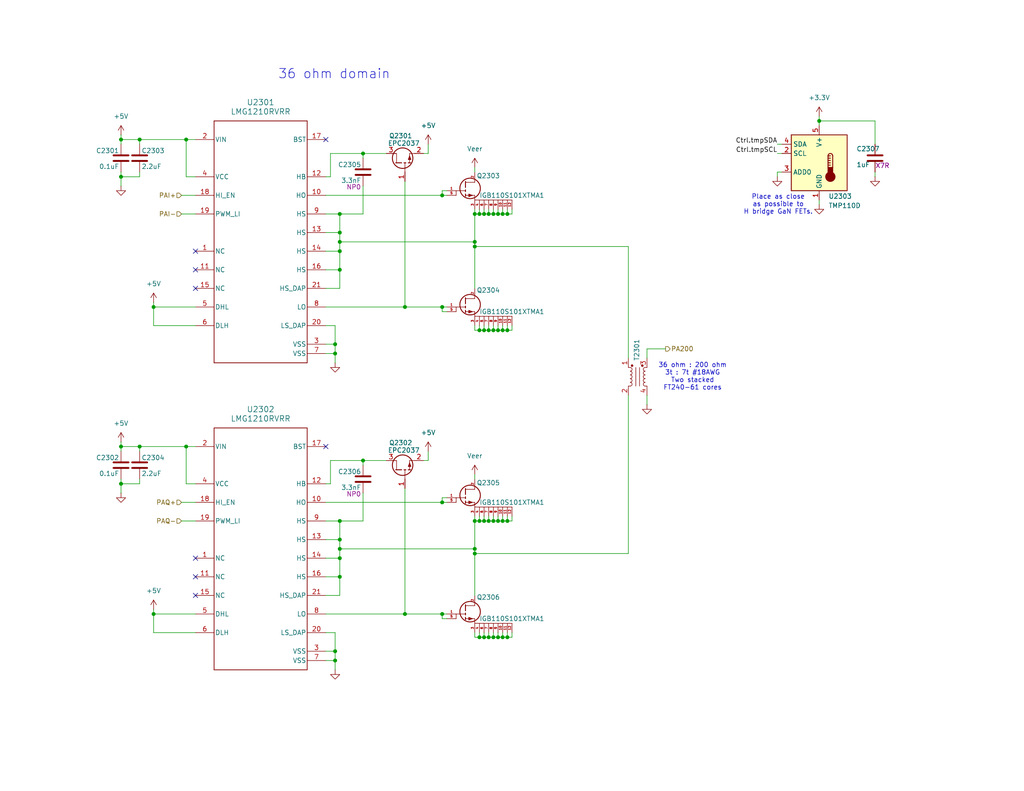
<source format=kicad_sch>
(kicad_sch (version 20250114) (generator "eeschema") (generator_version "9.0")
  (paper "USLetter")
  (title_block (title "Transmitter Output H-Bridge") (date "2025-11-04") (company "WB7NAB") (comment 1 "Alan Mimms"))
  (lib_symbols
    (symbol "Device:C" (pin_numbers (hide yes)) (pin_names (offset 0.254))
      (property "Reference" "C" (at 0.635 2.54 0))
      (property "Value" "C" (at 0.635 -2.54 0))
      (symbol "C_0_1"
        (polyline (pts (xy -2.032 0.762) (xy 2.032 0.762)) (stroke (width 0.508)))
        (polyline (pts (xy -2.032 -0.762) (xy 2.032 -0.762)) (stroke (width 0.508)))
      )
      (symbol "C_1_1"
        (pin passive line (at 0 3.81 270) (length 2.794) (name "~") (number "1"))
        (pin passive line (at 0 -3.81 90) (length 2.794) (name "~") (number "2"))
      )
    )
    (symbol "Device:L_Iron_Coupled" (pin_names (offset 0.254) (hide yes))
      (property "Reference" "L" (at 0 4.445 0))
      (property "Value" "L_Iron_Coupled" (at 0 -4.445 0))
      (symbol "L_Iron_Coupled_0_1"
        (circle (center -3.048 1.524) (radius 0.254) (fill (type outline)))
        (circle (center -3.048 -1.27) (radius 0.254) (fill (type outline)))
        (polyline (pts (xy -2.54 2.032) (xy -2.54 2.54)))
        (polyline (pts (xy -2.54 0.508) (xy 2.54 0.508)))
        (polyline (pts (xy -2.54 -2.032) (xy -2.54 -2.54)))
        (arc (start -1.524 2.032) (mid -2.032 1.5262) (end -2.54 2.032))
        (arc (start -2.54 -2.032) (mid -2.032 -1.5262) (end -1.524 -2.032))
        (arc (start -0.508 2.032) (mid -1.016 1.5262) (end -1.524 2.032))
        (arc (start -1.524 -2.032) (mid -1.016 -1.5262) (end -0.508 -2.032))
        (arc (start 0.508 2.032) (mid 0 1.5262) (end -0.508 2.032))
        (arc (start -0.508 -2.032) (mid 0 -1.5262) (end 0.508 -2.032))
        (arc (start 1.524 2.032) (mid 1.016 1.5262) (end 0.508 2.032))
        (arc (start 0.508 -2.032) (mid 1.016 -1.5262) (end 1.524 -2.032))
        (arc (start 2.54 2.032) (mid 2.032 1.5262) (end 1.524 2.032))
        (arc (start 1.524 -2.032) (mid 2.032 -1.5262) (end 2.54 -2.032))
        (polyline (pts (xy 2.54 2.54) (xy 2.54 2.032)))
        (polyline (pts (xy 2.54 -0.508) (xy -2.54 -0.508)))
        (polyline (pts (xy 2.54 -2.032) (xy 2.54 -2.54)))
      )
      (symbol "L_Iron_Coupled_1_1"
        (pin passive line (at -5.08 2.54 0) (length 2.54) (name "1") (number "1"))
        (pin passive line (at -5.08 -2.54 0) (length 2.54) (name "3") (number "3"))
        (pin passive line (at 5.08 2.54 180) (length 2.54) (name "2") (number "2"))
        (pin passive line (at 5.08 -2.54 180) (length 2.54) (name "4") (number "4"))
      )
    )
    (symbol "Library:IGB110S101XTMA1" (pin_names (offset 0) (hide yes))
      (property "Reference" "Q" (at 3.302 4.318 0))
      (property "Value" "IGB110S101XTMA1" (at 3.81 -0.762 0))
      (symbol "IGB110S101XTMA1_0_1"
        (polyline (pts (xy -2.54 -1.27) (xy -2.54 0)))
        (polyline (pts (xy 0 2.286) (xy 2.54 2.286)))
        (polyline (pts (xy 0 0) (xy -2.54 0)))
        (circle (center 1.27 0.635) (radius 2.794) (stroke (width 0.254)))
        (polyline (pts (xy 1.905 -1.27) (xy 0.889 -0.889) (xy 0.889 -1.651) (xy 1.905 -1.27)) (fill (type outline)))
        (polyline (pts (xy 2.54 2.286) (xy 2.54 2.54)))
        (polyline (pts (xy 2.54 -1.27) (xy 0 -1.27)))
        (polyline (pts (xy 2.54 -2.54) (xy 2.54 -1.27)))
        (polyline (pts (xy 12.7 -2.54) (xy 2.54 -2.54)))
      )
      (symbol "IGB110S101XTMA1_1_1"
        (polyline (pts (xy 0 0.889) (xy 0 2.54)) (stroke (width 0.254)))
        (polyline (pts (xy 0 0.254) (xy 0 -0.254)) (stroke (width 0.254)))
        (polyline (pts (xy 0 -0.889) (xy 0 -1.524)) (stroke (width 0.254)))
        (pin input line (at -5.08 0 0) (length 2.54) (name "G") (number "1"))
        (pin passive line (at -5.08 -1.27 0) (length 2.54) (name "G") (number "5"))
        (pin passive line (at 2.54 5.08 270) (length 2.54) (name "D") (number "2"))
        (pin passive line (at 2.54 -5.08 90) (length 2.54) (name "S") (number "3"))
        (pin passive line (at 3.81 -5.08 90) (length 2.54) (name "S") (number "4"))
        (pin passive line (at 5.08 -5.08 90) (length 2.54) (name "S") (number "6"))
        (pin passive line (at 6.35 -5.08 90) (length 2.54) (name "S") (number "7"))
        (pin passive line (at 7.62 -5.08 90) (length 2.54) (name "S") (number "8"))
        (pin passive line (at 8.89 -5.08 90) (length 2.54) (name "S") (number "9"))
        (pin passive line (at 10.16 -5.08 90) (length 2.54) (name "S") (number "10"))
        (pin passive line (at 11.43 -5.08 90) (length 2.54) (name "S") (number "11"))
        (pin passive line (at 12.7 -5.08 90) (length 2.54) (name "S") (number "12"))
      )
    )
    (symbol "Library:LMG1210RVRR" (pin_names (offset 0.254))
      (property "Reference" "U" (at 0 2.54 0))
      (property "Value" "LMG1210RVRR" (at 0 0 0))
      (symbol "LMG1210RVRR_0_1"
        (polyline (pts (xy -12.7 33.02) (xy -12.7 -33.02)) (stroke (width 0.2032)))
        (polyline (pts (xy -12.7 -33.02) (xy 12.7 -33.02)) (stroke (width 0.2032)))
        (polyline (pts (xy 12.7 33.02) (xy -12.7 33.02)) (stroke (width 0.2032)))
        (polyline (pts (xy 12.7 -33.02) (xy 12.7 33.02)) (stroke (width 0.2032)))
        (pin power_in line (at -17.78 27.94 0) (length 5.08) (name "VIN") (number "2"))
        (pin power_in line (at -17.78 17.78 0) (length 5.08) (name "VCC") (number "4"))
        (pin input line (at -17.78 12.7 0) (length 5.08) (name "HI_EN") (number "18"))
        (pin input line (at -17.78 7.62 0) (length 5.08) (name "PWM_LI") (number "19"))
        (pin unspecified line (at -17.78 -2.54 0) (length 5.08) (name "NC") (number "1"))
        (pin unspecified line (at -17.78 -7.62 0) (length 5.08) (name "NC") (number "11"))
        (pin unspecified line (at -17.78 -12.7 0) (length 5.08) (name "NC") (number "15"))
        (pin output line (at -17.78 -17.78 0) (length 5.08) (name "DHL") (number "5"))
        (pin output line (at -17.78 -22.86 0) (length 5.08) (name "DLH") (number "6"))
        (pin output line (at 17.78 27.94 180) (length 5.08) (name "BST") (number "17"))
        (pin input line (at 17.78 17.78 180) (length 5.08) (name "HB") (number "12"))
        (pin output line (at 17.78 12.7 180) (length 5.08) (name "HO") (number "10"))
        (pin input line (at 17.78 7.62 180) (length 5.08) (name "HS") (number "9"))
        (pin input line (at 17.78 2.54 180) (length 5.08) (name "HS") (number "13"))
        (pin input line (at 17.78 -2.54 180) (length 5.08) (name "HS") (number "14"))
        (pin input line (at 17.78 -7.62 180) (length 5.08) (name "HS") (number "16"))
        (pin unspecified line (at 17.78 -12.7 180) (length 5.08) (name "HS_DAP") (number "21"))
        (pin output line (at 17.78 -17.78 180) (length 5.08) (name "LO") (number "8"))
        (pin unspecified line (at 17.78 -22.86 180) (length 5.08) (name "LS_DAP") (number "20"))
        (pin power_in line (at 17.78 -27.94 180) (length 5.08) (name "VSS") (number "3"))
        (pin power_in line (at 17.78 -30.48 180) (length 5.08) (name "VSS") (number "7"))
      )
    )
    (symbol "Sensor_Temperature:TMP110D"
      (property "Reference" "U" (at -2.54 10.795 0))
      (property "Value" "TMP110D" (at -2.54 8.89 0))
      (symbol "TMP110D_0_1"
        (rectangle (start -7.62 7.62) (end 7.62 -7.62) (stroke (width 0.254)) (fill (type background)))
      )
      (symbol "TMP110D_1_1"
        (polyline (pts (xy 2.413 1.905) (xy 2.413 -1.27)) (stroke (width 0.254)))
        (polyline (pts (xy 2.413 1.905) (xy 3.048 1.905)) (stroke (width 0.254)))
        (polyline (pts (xy 2.413 1.27) (xy 3.048 1.27)) (stroke (width 0.254)))
        (polyline (pts (xy 2.413 0.635) (xy 3.048 0.635)) (stroke (width 0.254)))
        (polyline (pts (xy 2.413 0) (xy 3.048 0)) (stroke (width 0.254)))
        (polyline (pts (xy 2.413 -0.635) (xy 3.048 -0.635)) (stroke (width 0.254)))
        (arc (start 2.413 1.905) (mid 3.048 2.5373) (end 3.683 1.905) (stroke (width 0.254)))
        (circle (center 3.048 -3.81) (radius 1.27) (stroke (width 0.254)) (fill (type outline)))
        (polyline (pts (xy 3.683 1.905) (xy 3.683 -1.27)) (stroke (width 0.254)))
        (rectangle (start 3.683 -3.175) (end 2.413 -1.27) (stroke (width 0.254)) (fill (type outline)))
        (pin bidirectional line (at -10.16 5.08 0) (length 2.54) (name "SDA") (number "4"))
        (pin input line (at -10.16 2.54 0) (length 2.54) (name "SCL") (number "2"))
        (pin input line (at -10.16 -2.54 0) (length 2.54) (name "ADD0") (number "3"))
        (pin power_in line (at 0 10.16 270) (length 2.54) (name "V+") (number "5"))
        (pin power_in line (at 0 -10.16 90) (length 2.54) (name "GND") (number "1"))
      )
    )
    (symbol "Transistor_FET:EPC2037" (pin_names (offset 0) (hide yes))
      (property "Reference" "Q" (at 5.08 1.905 0))
      (property "Value" "EPC2037" (at 5.08 0 0))
      (symbol "EPC2037_0_1"
        (polyline (pts (xy 0 2.286) (xy 2.54 2.286)))
        (polyline (pts (xy 0 0) (xy -2.54 0)))
        (circle (center 1.27 0.635) (radius 2.794) (stroke (width 0.254)))
        (polyline (pts (xy 1.905 -1.27) (xy 0.889 -0.889) (xy 0.889 -1.651) (xy 1.905 -1.27)) (fill (type outline)))
        (polyline (pts (xy 2.54 2.286) (xy 2.54 2.54)))
        (polyline (pts (xy 2.54 -1.27) (xy 0 -1.27)))
        (polyline (pts (xy 2.54 -2.54) (xy 2.54 -1.27)))
      )
      (symbol "EPC2037_1_1"
        (polyline (pts (xy 0 0.889) (xy 0 2.54)) (stroke (width 0.254)))
        (polyline (pts (xy 0 0.254) (xy 0 -0.254)) (stroke (width 0.254)))
        (polyline (pts (xy 0 -0.889) (xy 0 -1.524)) (stroke (width 0.254)))
        (pin input line (at -5.08 0 0) (length 2.54) (name "G") (number "1"))
        (pin passive line (at 2.54 5.08 270) (length 2.54) (name "D") (number "3"))
        (pin passive line (at 2.54 -5.08 90) (length 2.54) (name "S") (number "2"))
        (pin passive line (at 2.54 -5.08 90) (length 2.54) (hide yes) (name "S") (number "4"))
      )
    )
    (symbol "power:+3.3V" (power) (pin_numbers (hide yes)) (pin_names (offset 0) (hide yes))
      (property "Value" "+3.3V" (at 0 3.556 0))
      (symbol "+3.3V_0_1"
        (polyline (pts (xy -0.762 1.27) (xy 0 2.54)))
        (polyline (pts (xy 0 2.54) (xy 0.762 1.27)))
        (polyline (pts (xy 0 0) (xy 0 2.54)))
      )
      (symbol "+3.3V_1_1"
        (pin power_in line (at 0 0 90) (length 0) (name "~") (number "1"))
      )
    )
    (symbol "power:+5V" (power) (pin_numbers (hide yes)) (pin_names (offset 0) (hide yes))
      (property "Value" "+5V" (at 0 3.556 0))
      (symbol "+5V_0_1"
        (polyline (pts (xy -0.762 1.27) (xy 0 2.54)))
        (polyline (pts (xy 0 2.54) (xy 0.762 1.27)))
        (polyline (pts (xy 0 0) (xy 0 2.54)))
      )
      (symbol "+5V_1_1"
        (pin power_in line (at 0 0 90) (length 0) (name "~") (number "1"))
      )
    )
    (symbol "power:GND" (power) (pin_numbers (hide yes)) (pin_names (offset 0) (hide yes))
      (property "Value" "GND" (at 0 -3.81 0))
      (symbol "GND_0_1"
        (polyline (pts (xy 0 0) (xy 0 -1.27) (xy 1.27 -1.27) (xy 0 -2.54) (xy -1.27 -1.27) (xy 0 -1.27)))
      )
      (symbol "GND_1_1"
        (pin power_in line (at 0 0 270) (length 0) (name "~") (number "1"))
      )
    )
  )
  (text "36 ohm : 200 ohm\n3t : 7t #18AWG\nTwo stacked\nFT240-61 cores" (at 188.976 102.87 0) (effects (font (size 1.27 1.27))))
  (text "36 ohm domain" (at 91.186 20.32 0) (effects (font (size 2.54 2.54))))
  (text "Place as close\nas possible to\nH bridge GaN FETs." (at 212.344 55.88 0) (effects (font (size 1.27 1.27))))
  (junction (at 110.49 83.82))
  (junction (at 133.35 173.99))
  (junction (at 138.43 173.99))
  (junction (at 135.89 58.42))
  (junction (at 120.65 53.34))
  (junction (at 133.35 142.24))
  (junction (at 134.62 90.17))
  (junction (at 132.08 58.42))
  (junction (at 91.44 93.98))
  (junction (at 33.02 48.26))
  (junction (at 33.02 132.08))
  (junction (at 129.54 67.31))
  (junction (at 137.16 142.24))
  (junction (at 129.54 58.42))
  (junction (at 223.52 33.02))
  (junction (at 133.35 90.17))
  (junction (at 92.71 147.32))
  (junction (at 92.71 66.04))
  (junction (at 92.71 142.24))
  (junction (at 92.71 58.42))
  (junction (at 92.71 63.5))
  (junction (at 129.54 149.86))
  (junction (at 130.81 142.24))
  (junction (at 50.8 38.1))
  (junction (at 137.16 173.99))
  (junction (at 33.02 121.92))
  (junction (at 50.8 121.92))
  (junction (at 38.1 121.92))
  (junction (at 110.49 167.64))
  (junction (at 138.43 58.42))
  (junction (at 91.44 180.34))
  (junction (at 92.71 73.66))
  (junction (at 133.35 58.42))
  (junction (at 134.62 142.24))
  (junction (at 92.71 152.4))
  (junction (at 38.1 38.1))
  (junction (at 135.89 90.17))
  (junction (at 137.16 90.17))
  (junction (at 129.54 142.24))
  (junction (at 33.02 38.1))
  (junction (at 41.91 83.82))
  (junction (at 120.65 167.64))
  (junction (at 130.81 173.99))
  (junction (at 120.65 83.82))
  (junction (at 134.62 173.99))
  (junction (at 99.06 41.91))
  (junction (at 92.71 157.48))
  (junction (at 130.81 90.17))
  (junction (at 130.81 58.42))
  (junction (at 91.44 96.52))
  (junction (at 137.16 58.42))
  (junction (at 132.08 173.99))
  (junction (at 138.43 90.17))
  (junction (at 138.43 142.24))
  (junction (at 129.54 66.04))
  (junction (at 99.06 125.73))
  (junction (at 92.71 149.86))
  (junction (at 132.08 142.24))
  (junction (at 41.91 167.64))
  (junction (at 135.89 142.24))
  (junction (at 92.71 68.58))
  (junction (at 135.89 173.99))
  (junction (at 132.08 90.17))
  (junction (at 120.65 137.16))
  (junction (at 129.54 151.13))
  (junction (at 91.44 177.8))
  (junction (at 134.62 58.42))
  (no_connect (at 88.9 121.92))
  (no_connect (at 53.34 68.58))
  (no_connect (at 53.34 78.74))
  (no_connect (at 53.34 157.48))
  (no_connect (at 88.9 38.1))
  (no_connect (at 53.34 152.4))
  (no_connect (at 53.34 73.66))
  (no_connect (at 53.34 162.56))
  (wire (pts (xy 134.62 90.17) (xy 135.89 90.17)))
  (wire (pts (xy 129.54 58.42) (xy 129.54 66.04)))
  (wire (pts (xy 90.17 41.91) (xy 90.17 48.26)))
  (wire (pts (xy 137.16 88.9) (xy 137.16 90.17)))
  (wire (pts (xy 132.08 88.9) (xy 132.08 90.17)))
  (wire (pts (xy 88.9 53.34) (xy 120.65 53.34)))
  (wire (pts (xy 139.7 173.99) (xy 139.7 172.72)))
  (wire (pts (xy 133.35 90.17) (xy 134.62 90.17)))
  (wire (pts (xy 33.02 121.92) (xy 38.1 121.92)))
  (wire (pts (xy 50.8 132.08) (xy 50.8 121.92)))
  (wire (pts (xy 138.43 142.24) (xy 137.16 142.24)))
  (wire (pts (xy 53.34 48.26) (xy 50.8 48.26)))
  (wire (pts (xy 238.76 39.37) (xy 238.76 33.02)))
  (wire (pts (xy 116.84 39.37) (xy 116.84 41.91)))
  (wire (pts (xy 88.9 83.82) (xy 110.49 83.82)))
  (wire (pts (xy 135.89 140.97) (xy 135.89 142.24)))
  (wire (pts (xy 130.81 90.17) (xy 132.08 90.17)))
  (wire (pts (xy 171.45 151.13) (xy 129.54 151.13)))
  (wire (pts (xy 110.49 133.35) (xy 110.49 167.64)))
  (wire (pts (xy 50.8 38.1) (xy 53.34 38.1)))
  (wire (pts (xy 38.1 46.99) (xy 38.1 48.26)))
  (wire (pts (xy 137.16 57.15) (xy 137.16 58.42)))
  (wire (pts (xy 129.54 151.13) (xy 129.54 162.56)))
  (wire (pts (xy 133.35 88.9) (xy 133.35 90.17)))
  (wire (pts (xy 120.65 83.82) (xy 121.92 83.82)))
  (wire (pts (xy 135.89 173.99) (xy 137.16 173.99)))
  (wire (pts (xy 38.1 121.92) (xy 50.8 121.92)))
  (wire (pts (xy 88.9 152.4) (xy 92.71 152.4)))
  (wire (pts (xy 41.91 88.9) (xy 53.34 88.9)))
  (wire (pts (xy 129.54 57.15) (xy 129.54 58.42)))
  (wire (pts (xy 139.7 90.17) (xy 139.7 88.9)))
  (wire (pts (xy 92.71 162.56) (xy 88.9 162.56)))
  (wire (pts (xy 38.1 132.08) (xy 33.02 132.08)))
  (wire (pts (xy 132.08 142.24) (xy 130.81 142.24)))
  (wire (pts (xy 92.71 157.48) (xy 92.71 162.56)))
  (wire (pts (xy 91.44 172.72) (xy 91.44 177.8)))
  (wire (pts (xy 138.43 140.97) (xy 138.43 142.24)))
  (wire (pts (xy 129.54 66.04) (xy 129.54 67.31)))
  (wire (pts (xy 91.44 177.8) (xy 91.44 180.34)))
  (wire (pts (xy 121.92 52.07) (xy 120.65 52.07)))
  (wire (pts (xy 134.62 140.97) (xy 134.62 142.24)))
  (wire (pts (xy 176.53 95.25) (xy 181.61 95.25)))
  (wire (pts (xy 88.9 96.52) (xy 91.44 96.52)))
  (wire (pts (xy 133.35 142.24) (xy 132.08 142.24)))
  (wire (pts (xy 212.09 39.37) (xy 213.36 39.37)))
  (wire (pts (xy 138.43 173.99) (xy 139.7 173.99)))
  (wire (pts (xy 137.16 173.99) (xy 138.43 173.99)))
  (wire (pts (xy 132.08 57.15) (xy 132.08 58.42)))
  (wire (pts (xy 92.71 142.24) (xy 92.71 147.32)))
  (wire (pts (xy 99.06 125.73) (xy 105.41 125.73)))
  (wire (pts (xy 88.9 142.24) (xy 92.71 142.24)))
  (wire (pts (xy 99.06 41.91) (xy 99.06 43.18)))
  (wire (pts (xy 120.65 135.89) (xy 120.65 137.16)))
  (wire (pts (xy 116.84 41.91) (xy 115.57 41.91)))
  (wire (pts (xy 92.71 58.42) (xy 92.71 63.5)))
  (wire (pts (xy 121.92 135.89) (xy 120.65 135.89)))
  (wire (pts (xy 88.9 137.16) (xy 120.65 137.16)))
  (wire (pts (xy 138.43 58.42) (xy 137.16 58.42)))
  (wire (pts (xy 135.89 172.72) (xy 135.89 173.99)))
  (wire (pts (xy 130.81 58.42) (xy 129.54 58.42)))
  (wire (pts (xy 134.62 142.24) (xy 133.35 142.24)))
  (wire (pts (xy 134.62 58.42) (xy 133.35 58.42)))
  (wire (pts (xy 129.54 129.54) (xy 129.54 130.81)))
  (wire (pts (xy 91.44 93.98) (xy 91.44 96.52)))
  (wire (pts (xy 38.1 38.1) (xy 38.1 39.37)))
  (wire (pts (xy 134.62 173.99) (xy 135.89 173.99)))
  (wire (pts (xy 38.1 130.81) (xy 38.1 132.08)))
  (wire (pts (xy 88.9 147.32) (xy 92.71 147.32)))
  (wire (pts (xy 92.71 78.74) (xy 88.9 78.74)))
  (wire (pts (xy 92.71 149.86) (xy 129.54 149.86)))
  (wire (pts (xy 132.08 140.97) (xy 132.08 142.24)))
  (wire (pts (xy 137.16 58.42) (xy 135.89 58.42)))
  (wire (pts (xy 129.54 90.17) (xy 130.81 90.17)))
  (wire (pts (xy 33.02 130.81) (xy 33.02 132.08)))
  (wire (pts (xy 223.52 54.61) (xy 223.52 55.88)))
  (wire (pts (xy 88.9 180.34) (xy 91.44 180.34)))
  (wire (pts (xy 134.62 172.72) (xy 134.62 173.99)))
  (wire (pts (xy 88.9 73.66) (xy 92.71 73.66)))
  (wire (pts (xy 129.54 67.31) (xy 129.54 78.74)))
  (wire (pts (xy 99.06 125.73) (xy 99.06 127)))
  (wire (pts (xy 88.9 58.42) (xy 92.71 58.42)))
  (wire (pts (xy 41.91 82.55) (xy 41.91 83.82)))
  (wire (pts (xy 49.53 142.24) (xy 53.34 142.24)))
  (wire (pts (xy 138.43 90.17) (xy 139.7 90.17)))
  (wire (pts (xy 116.84 125.73) (xy 115.57 125.73)))
  (wire (pts (xy 33.02 48.26) (xy 33.02 50.8)))
  (wire (pts (xy 88.9 68.58) (xy 92.71 68.58)))
  (wire (pts (xy 41.91 167.64) (xy 41.91 172.72)))
  (wire (pts (xy 53.34 132.08) (xy 50.8 132.08)))
  (wire (pts (xy 41.91 83.82) (xy 41.91 88.9)))
  (wire (pts (xy 120.65 85.09) (xy 120.65 83.82)))
  (wire (pts (xy 223.52 31.75) (xy 223.52 33.02)))
  (wire (pts (xy 121.92 168.91) (xy 120.65 168.91)))
  (wire (pts (xy 130.81 88.9) (xy 130.81 90.17)))
  (wire (pts (xy 38.1 48.26) (xy 33.02 48.26)))
  (wire (pts (xy 138.43 88.9) (xy 138.43 90.17)))
  (wire (pts (xy 120.65 168.91) (xy 120.65 167.64)))
  (wire (pts (xy 176.53 97.79) (xy 176.53 95.25)))
  (wire (pts (xy 139.7 58.42) (xy 138.43 58.42)))
  (wire (pts (xy 33.02 46.99) (xy 33.02 48.26)))
  (wire (pts (xy 129.54 45.72) (xy 129.54 46.99)))
  (wire (pts (xy 50.8 121.92) (xy 53.34 121.92)))
  (wire (pts (xy 92.71 152.4) (xy 92.71 157.48)))
  (wire (pts (xy 139.7 140.97) (xy 139.7 142.24)))
  (wire (pts (xy 238.76 46.99) (xy 238.76 48.26)))
  (wire (pts (xy 120.65 53.34) (xy 121.92 53.34)))
  (wire (pts (xy 134.62 88.9) (xy 134.62 90.17)))
  (wire (pts (xy 33.02 36.83) (xy 33.02 38.1)))
  (wire (pts (xy 90.17 125.73) (xy 90.17 132.08)))
  (wire (pts (xy 90.17 48.26) (xy 88.9 48.26)))
  (wire (pts (xy 92.71 149.86) (xy 92.71 152.4)))
  (wire (pts (xy 132.08 172.72) (xy 132.08 173.99)))
  (wire (pts (xy 38.1 38.1) (xy 50.8 38.1)))
  (wire (pts (xy 41.91 166.37) (xy 41.91 167.64)))
  (wire (pts (xy 134.62 57.15) (xy 134.62 58.42)))
  (wire (pts (xy 92.71 66.04) (xy 92.71 68.58)))
  (wire (pts (xy 238.76 33.02) (xy 223.52 33.02)))
  (wire (pts (xy 133.35 140.97) (xy 133.35 142.24)))
  (wire (pts (xy 92.71 66.04) (xy 129.54 66.04)))
  (wire (pts (xy 130.81 173.99) (xy 132.08 173.99)))
  (wire (pts (xy 33.02 123.19) (xy 33.02 121.92)))
  (wire (pts (xy 132.08 173.99) (xy 133.35 173.99)))
  (wire (pts (xy 120.65 52.07) (xy 120.65 53.34)))
  (wire (pts (xy 41.91 172.72) (xy 53.34 172.72)))
  (wire (pts (xy 135.89 88.9) (xy 135.89 90.17)))
  (wire (pts (xy 88.9 88.9) (xy 91.44 88.9)))
  (wire (pts (xy 38.1 121.92) (xy 38.1 123.19)))
  (wire (pts (xy 88.9 63.5) (xy 92.71 63.5)))
  (wire (pts (xy 137.16 140.97) (xy 137.16 142.24)))
  (wire (pts (xy 92.71 147.32) (xy 92.71 149.86)))
  (wire (pts (xy 138.43 57.15) (xy 138.43 58.42)))
  (wire (pts (xy 50.8 48.26) (xy 50.8 38.1)))
  (wire (pts (xy 137.16 172.72) (xy 137.16 173.99)))
  (wire (pts (xy 99.06 41.91) (xy 90.17 41.91)))
  (wire (pts (xy 135.89 142.24) (xy 134.62 142.24)))
  (wire (pts (xy 41.91 83.82) (xy 53.34 83.82)))
  (wire (pts (xy 130.81 142.24) (xy 129.54 142.24)))
  (wire (pts (xy 138.43 172.72) (xy 138.43 173.99)))
  (wire (pts (xy 99.06 41.91) (xy 105.41 41.91)))
  (wire (pts (xy 212.09 48.26) (xy 212.09 46.99)))
  (wire (pts (xy 88.9 93.98) (xy 91.44 93.98)))
  (wire (pts (xy 171.45 107.95) (xy 171.45 151.13)))
  (wire (pts (xy 223.52 33.02) (xy 223.52 34.29)))
  (wire (pts (xy 110.49 83.82) (xy 120.65 83.82)))
  (wire (pts (xy 129.54 172.72) (xy 129.54 173.99)))
  (wire (pts (xy 137.16 90.17) (xy 138.43 90.17)))
  (wire (pts (xy 41.91 167.64) (xy 53.34 167.64)))
  (wire (pts (xy 99.06 142.24) (xy 99.06 134.62)))
  (wire (pts (xy 133.35 58.42) (xy 132.08 58.42)))
  (wire (pts (xy 139.7 142.24) (xy 138.43 142.24)))
  (wire (pts (xy 130.81 172.72) (xy 130.81 173.99)))
  (wire (pts (xy 129.54 142.24) (xy 129.54 149.86)))
  (wire (pts (xy 133.35 173.99) (xy 134.62 173.99)))
  (wire (pts (xy 171.45 67.31) (xy 171.45 97.79)))
  (wire (pts (xy 132.08 90.17) (xy 133.35 90.17)))
  (wire (pts (xy 212.09 41.91) (xy 213.36 41.91)))
  (wire (pts (xy 33.02 132.08) (xy 33.02 134.62)))
  (wire (pts (xy 91.44 96.52) (xy 91.44 99.06)))
  (wire (pts (xy 33.02 120.65) (xy 33.02 121.92)))
  (wire (pts (xy 176.53 107.95) (xy 176.53 110.49)))
  (wire (pts (xy 90.17 132.08) (xy 88.9 132.08)))
  (wire (pts (xy 49.53 137.16) (xy 53.34 137.16)))
  (wire (pts (xy 171.45 67.31) (xy 129.54 67.31)))
  (wire (pts (xy 130.81 57.15) (xy 130.81 58.42)))
  (wire (pts (xy 120.65 137.16) (xy 121.92 137.16)))
  (wire (pts (xy 129.54 88.9) (xy 129.54 90.17)))
  (wire (pts (xy 92.71 63.5) (xy 92.71 66.04)))
  (wire (pts (xy 116.84 123.19) (xy 116.84 125.73)))
  (wire (pts (xy 99.06 58.42) (xy 99.06 50.8)))
  (wire (pts (xy 92.71 58.42) (xy 99.06 58.42)))
  (wire (pts (xy 110.49 49.53) (xy 110.49 83.82)))
  (wire (pts (xy 129.54 149.86) (xy 129.54 151.13)))
  (wire (pts (xy 133.35 57.15) (xy 133.35 58.42)))
  (wire (pts (xy 92.71 73.66) (xy 92.71 78.74)))
  (wire (pts (xy 135.89 57.15) (xy 135.89 58.42)))
  (wire (pts (xy 129.54 140.97) (xy 129.54 142.24)))
  (wire (pts (xy 212.09 46.99) (xy 213.36 46.99)))
  (wire (pts (xy 129.54 173.99) (xy 130.81 173.99)))
  (wire (pts (xy 121.92 85.09) (xy 120.65 85.09)))
  (wire (pts (xy 92.71 142.24) (xy 99.06 142.24)))
  (wire (pts (xy 92.71 68.58) (xy 92.71 73.66)))
  (wire (pts (xy 91.44 180.34) (xy 91.44 182.88)))
  (wire (pts (xy 137.16 142.24) (xy 135.89 142.24)))
  (wire (pts (xy 133.35 172.72) (xy 133.35 173.99)))
  (wire (pts (xy 135.89 90.17) (xy 137.16 90.17)))
  (wire (pts (xy 132.08 58.42) (xy 130.81 58.42)))
  (wire (pts (xy 88.9 172.72) (xy 91.44 172.72)))
  (wire (pts (xy 33.02 38.1) (xy 38.1 38.1)))
  (wire (pts (xy 49.53 53.34) (xy 53.34 53.34)))
  (wire (pts (xy 99.06 125.73) (xy 90.17 125.73)))
  (wire (pts (xy 91.44 88.9) (xy 91.44 93.98)))
  (wire (pts (xy 88.9 167.64) (xy 110.49 167.64)))
  (wire (pts (xy 88.9 157.48) (xy 92.71 157.48)))
  (wire (pts (xy 135.89 58.42) (xy 134.62 58.42)))
  (wire (pts (xy 110.49 167.64) (xy 120.65 167.64)))
  (wire (pts (xy 130.81 140.97) (xy 130.81 142.24)))
  (wire (pts (xy 139.7 57.15) (xy 139.7 58.42)))
  (wire (pts (xy 88.9 177.8) (xy 91.44 177.8)))
  (wire (pts (xy 33.02 39.37) (xy 33.02 38.1)))
  (wire (pts (xy 120.65 167.64) (xy 121.92 167.64)))
  (wire (pts (xy 49.53 58.42) (xy 53.34 58.42)))
  (label "Ctrl.tmpSDA" (at 212.09 39.37 180))
  (label "Ctrl.tmpSCL" (at 212.09 41.91 180))
  (hierarchical_label "PAI-" (shape input) (at 49.53 58.42 180))
  (hierarchical_label "PAQ-" (shape input) (at 49.53 142.24 180))
  (hierarchical_label "PAQ+" (shape input) (at 49.53 137.16 180))
  (hierarchical_label "PAI+" (shape input) (at 49.53 53.34 180))
  (hierarchical_label "PA200" (shape output) (at 181.61 95.25 0))
  (symbol (lib_id "power:GND") (at 212.09 48.26 0) (unit 1)
    (property "Reference" "#PWR02314" (effects (hide yes)))
    (property "Value" "GND" (effects (hide yes)))
    (property "Description" "Power symbol creates a global label with name \"GND\" , ground" (effects (hide yes)))
  )
  (symbol (lib_id "Device:L_Iron_Coupled") (at 173.99 102.87 90) (mirror x) (unit 1)
    (property "Reference" "T2301" (at 173.736 98.552 0) (effects (justify right)))
    (property "Footprint" "Library:2xFT240-stacked" (effects (hide yes)))
    (property "Description" "Coupled inductor with iron core" (effects (hide yes)))
  )
  (symbol (lib_id "Library:LMG1210RVRR") (at 71.12 149.86 0) (unit 1)
    (property "Reference" "U2302" (at 71.12 111.76 0) (effects (font (size 1.524 1.524))))
    (property "Value" "LMG1210RVRR" (at 71.12 114.3 0) (effects (font (size 1.524 1.524))))
    (property "Footprint" "RVR0019A" (effects (hide yes)))
    (property "Datasheet" "https://www.ti.com/lit/gpn/lmg1210" (effects (hide yes)))
  )
  (symbol (lib_id "power:+3.3V") (at 223.52 31.75 0) (unit 1)
    (property "Reference" "#PWR02315" (effects (hide yes)))
    (property "Value" "+3.3V" (at 223.52 26.67 0))
    (property "Description" "Power symbol creates a global label with name \"+3.3V\"" (effects (hide yes)))
  )
  (symbol (lib_id "Library:LMG1210RVRR") (at 71.12 66.04 0) (unit 1)
    (property "Reference" "U2301" (at 71.12 27.94 0) (effects (font (size 1.524 1.524))))
    (property "Value" "LMG1210RVRR" (at 71.12 30.48 0) (effects (font (size 1.524 1.524))))
    (property "Footprint" "RVR0019A" (effects (hide yes)))
    (property "Datasheet" "https://www.ti.com/lit/gpn/lmg1210" (effects (hide yes)))
  )
  (symbol (lib_id "Device:C") (at 33.02 127 0) (mirror y) (unit 1)
    (property "Reference" "C2302" (at 32.512 124.968 0) (effects (justify left)))
    (property "Value" "0.1uF" (at 32.512 129.286 0) (effects (justify left)))
    (property "Footprint" "Capacitor_SMD:C_0805_2012Metric" (effects (hide yes)))
    (property "Description" "Unpolarized capacitor" (effects (hide yes)))
  )
  (symbol (lib_id "power:GND") (at 223.52 55.88 0) (unit 1)
    (property "Reference" "#PWR02316" (effects (hide yes)))
    (property "Value" "GND" (effects (hide yes)))
    (property "Description" "Power symbol creates a global label with name \"GND\" , ground" (effects (hide yes)))
  )
  (symbol (lib_id "power:+5V") (at 33.02 36.83 0) (unit 1)
    (property "Reference" "#PWR02301" (effects (hide yes)))
    (property "Value" "+5V" (at 33.02 31.75 0))
    (property "Description" "Power symbol creates a global label with name \"+5V\"" (effects (hide yes)))
  )
  (symbol (lib_id "Device:C") (at 33.02 43.18 0) (mirror y) (unit 1)
    (property "Reference" "C2301" (at 32.512 41.148 0) (effects (justify left)))
    (property "Value" "0.1uF" (at 32.512 45.466 0) (effects (justify left)))
    (property "Footprint" "Capacitor_SMD:C_0805_2012Metric" (effects (hide yes)))
    (property "Description" "Unpolarized capacitor" (effects (hide yes)))
  )
  (symbol (lib_id "power:GND") (at 176.53 110.49 0) (unit 1)
    (property "Reference" "#PWR02313" (effects (hide yes)))
    (property "Value" "GND" (effects (hide yes)))
    (property "Description" "Power symbol creates a global label with name \"GND\" , ground" (effects (hide yes)))
  )
  (symbol (lib_id "power:+5V") (at 33.02 120.65 0) (unit 1)
    (property "Reference" "#PWR02303" (effects (hide yes)))
    (property "Value" "+5V" (at 33.02 115.57 0))
    (property "Description" "Power symbol creates a global label with name \"+5V\"" (effects (hide yes)))
  )
  (symbol (lib_id "power:GND") (at 91.44 182.88 0) (unit 1)
    (property "Reference" "#PWR02308" (effects (hide yes)))
    (property "Value" "GND" (effects (hide yes)))
    (property "Description" "Power symbol creates a global label with name \"GND\" , ground" (effects (hide yes)))
  )
  (symbol (lib_id "Library:IGB110S101XTMA1") (at 127 52.07 0) (unit 1)
    (property "Reference" "Q2303" (at 130.048 48.006 0) (effects (justify left)))
    (property "Value" "IGB110S101XTMA1" (at 130.81 53.34 0) (effects (justify left)))
    (property "Footprint" "IGB110S101XTMA1" (effects (hide yes)))
    (property "Datasheet" "https://www.arrow.com/en/products/igb110s101xtma1/infineon-technologies-ag?utm_currency=USD&region=europe" (effects (hide yes)))
    (property "Description" "GaN FETs MV GAN DISCRETES" (effects (hide yes)))
    (property "Height" "1" (effects (hide yes)))
    (property "Manufacturer_Name" "Infineon" (effects (hide yes)))
    (property "Manufacturer_Part_Number" "IGB110S101XTMA1" (effects (hide yes)))
  )
  (symbol (lib_id "power:+5V") (at 116.84 39.37 0) (unit 1)
    (property "Reference" "#PWR02309" (effects (hide yes)))
    (property "Value" "+5V" (at 116.84 34.29 0))
    (property "Description" "Power symbol creates a global label with name \"+5V\"" (effects (hide yes)))
  )
  (symbol (lib_id "Device:C") (at 38.1 127 0) (unit 1)
    (property "Reference" "C2304" (at 38.608 124.968 0) (effects (justify left)))
    (property "Value" "2.2uF" (at 38.608 129.286 0) (effects (justify left)))
    (property "Footprint" "Capacitor_SMD:C_0805_2012Metric" (effects (hide yes)))
    (property "Description" "Unpolarized capacitor" (effects (hide yes)))
  )
  (symbol (lib_id "Library:IGB110S101XTMA1") (at 127 135.89 0) (unit 1)
    (property "Reference" "Q2305" (at 130.048 131.826 0) (effects (justify left)))
    (property "Value" "IGB110S101XTMA1" (at 130.81 137.16 0) (effects (justify left)))
    (property "Footprint" "IGB110S101XTMA1" (effects (hide yes)))
    (property "Datasheet" "https://www.arrow.com/en/products/igb110s101xtma1/infineon-technologies-ag?utm_currency=USD&region=europe" (effects (hide yes)))
    (property "Description" "GaN FETs MV GAN DISCRETES" (effects (hide yes)))
    (property "Height" "1" (effects (hide yes)))
    (property "Manufacturer_Name" "Infineon" (effects (hide yes)))
    (property "Manufacturer_Part_Number" "IGB110S101XTMA1" (effects (hide yes)))
  )
  (symbol (lib_id "Transistor_FET:EPC2037") (at 110.49 44.45 90) (unit 1)
    (property "Reference" "Q2301" (at 112.522 37.084 90) (effects (justify left)))
    (property "Value" "EPC2037" (at 114.554 39.116 90) (effects (justify left)))
    (property "Footprint" "Package_BGA:EPC_BGA-4_0.9x0.9mm_Layout2x2_P0.45mm" (effects (hide yes)))
    (property "Datasheet" "https://epc-co.com/epc/Portals/0/epc/documents/datasheets/EPC2037_datasheet.pdf" (effects (hide yes)))
    (property "Description" "100 V E-mode GaN transistor, RdsOn 550 mOhm, 1.7A Id, EPC_BGA-4_0.9x0.9mm" (effects (hide yes)))
  )
  (symbol (lib_id "Library:IGB110S101XTMA1") (at 127 83.82 0) (unit 1)
    (property "Reference" "Q2304" (at 130.048 79.248 0) (effects (justify left)))
    (property "Value" "IGB110S101XTMA1" (at 130.81 85.09 0) (effects (justify left)))
    (property "Footprint" "IGB110S101XTMA1" (effects (hide yes)))
    (property "Datasheet" "https://www.arrow.com/en/products/igb110s101xtma1/infineon-technologies-ag?utm_currency=USD&region=europe" (effects (hide yes)))
    (property "Description" "GaN FETs MV GAN DISCRETES" (effects (hide yes)))
    (property "Height" "1" (effects (hide yes)))
    (property "Manufacturer_Name" "Infineon" (effects (hide yes)))
    (property "Manufacturer_Part_Number" "IGB110S101XTMA1" (effects (hide yes)))
  )
  (symbol (lib_id "power:+5V") (at 41.91 166.37 0) (unit 1)
    (property "Reference" "#PWR02306" (effects (hide yes)))
    (property "Value" "+5V" (at 41.91 161.29 0))
    (property "Description" "Power symbol creates a global label with name \"+5V\"" (effects (hide yes)))
  )
  (symbol (lib_id "Library:IGB110S101XTMA1") (at 127 167.64 0) (unit 1)
    (property "Reference" "Q2306" (at 130.048 163.068 0) (effects (justify left)))
    (property "Value" "IGB110S101XTMA1" (at 130.81 168.91 0) (effects (justify left)))
    (property "Footprint" "IGB110S101XTMA1" (effects (hide yes)))
    (property "Datasheet" "https://www.arrow.com/en/products/igb110s101xtma1/infineon-technologies-ag?utm_currency=USD&region=europe" (effects (hide yes)))
    (property "Description" "GaN FETs MV GAN DISCRETES" (effects (hide yes)))
    (property "Height" "1" (effects (hide yes)))
    (property "Manufacturer_Name" "Infineon" (effects (hide yes)))
    (property "Manufacturer_Part_Number" "IGB110S101XTMA1" (effects (hide yes)))
  )
  (symbol (lib_id "Transistor_FET:EPC2037") (at 110.49 128.27 90) (unit 1)
    (property "Reference" "Q2302" (at 112.522 120.904 90) (effects (justify left)))
    (property "Value" "EPC2037" (at 114.554 122.936 90) (effects (justify left)))
    (property "Footprint" "Package_BGA:EPC_BGA-4_0.9x0.9mm_Layout2x2_P0.45mm" (effects (hide yes)))
    (property "Datasheet" "https://epc-co.com/epc/Portals/0/epc/documents/datasheets/EPC2037_datasheet.pdf" (effects (hide yes)))
    (property "Description" "100 V E-mode GaN transistor, RdsOn 550 mOhm, 1.7A Id, EPC_BGA-4_0.9x0.9mm" (effects (hide yes)))
  )
  (symbol (lib_id "power:+5V") (at 41.91 82.55 0) (unit 1)
    (property "Reference" "#PWR02305" (effects (hide yes)))
    (property "Value" "+5V" (at 41.91 77.47 0))
    (property "Description" "Power symbol creates a global label with name \"+5V\"" (effects (hide yes)))
  )
  (symbol (lib_id "Device:C") (at 99.06 46.99 0) (mirror y) (unit 1)
    (property "Reference" "C2305" (at 98.552 44.958 0) (effects (justify left)))
    (property "Value" "3.3nF" (at 98.552 49.276 0) (effects (justify left)))
    (property "Footprint" "Capacitor_SMD:C_0805_2012Metric" (effects (hide yes)))
    (property "Description" "Unpolarized capacitor" (effects (hide yes)))
    (property "cap-type" "NP0" (at 96.52 51.054 0))
  )
  (symbol (lib_id "Device:C") (at 99.06 130.81 0) (mirror y) (unit 1)
    (property "Reference" "C2306" (at 98.552 128.778 0) (effects (justify left)))
    (property "Value" "3.3nF" (at 98.552 133.096 0) (effects (justify left)))
    (property "Footprint" "Capacitor_SMD:C_0805_2012Metric" (effects (hide yes)))
    (property "Description" "Unpolarized capacitor" (effects (hide yes)))
    (property "cap-type" "NP0" (at 96.52 134.874 0))
  )
  (symbol (lib_id "power:+5V") (at 116.84 123.19 0) (unit 1)
    (property "Reference" "#PWR02310" (effects (hide yes)))
    (property "Value" "+5V" (at 116.84 118.11 0))
    (property "Description" "Power symbol creates a global label with name \"+5V\"" (effects (hide yes)))
  )
  (symbol (lib_id "power:GND") (at 33.02 134.62 0) (unit 1)
    (property "Reference" "#PWR02304" (effects (hide yes)))
    (property "Value" "GND" (effects (hide yes)))
    (property "Description" "Power symbol creates a global label with name \"GND\" , ground" (effects (hide yes)))
  )
  (symbol (lib_id "power:+3.3V") (at 129.54 129.54 0) (unit 1)
    (property "Reference" "#PWR02312" (effects (hide yes)))
    (property "Value" "Veer" (at 129.54 124.46 0))
    (property "Description" "Power symbol creates a global label with name \"Veer\"" (effects (hide yes)))
  )
  (symbol (lib_id "Device:C") (at 238.76 43.18 0) (unit 1)
    (property "Reference" "C2307" (at 233.68 40.64 0) (effects (justify left)))
    (property "Value" "1uF" (at 233.68 44.958 0) (effects (justify left)))
    (property "Footprint" "Capacitor_SMD:C_0805_2012Metric" (effects (hide yes)))
    (property "Description" "Unpolarized capacitor" (effects (hide yes)))
    (property "cap-type" "X7R" (at 240.792 45.212 0))
  )
  (symbol (lib_id "power:+3.3V") (at 129.54 45.72 0) (unit 1)
    (property "Reference" "#PWR02311" (effects (hide yes)))
    (property "Value" "Veer" (at 129.54 40.64 0))
    (property "Description" "Power symbol creates a global label with name \"Veer\"" (effects (hide yes)))
  )
  (symbol (lib_id "power:GND") (at 33.02 50.8 0) (unit 1)
    (property "Reference" "#PWR02302" (effects (hide yes)))
    (property "Value" "GND" (effects (hide yes)))
    (property "Description" "Power symbol creates a global label with name \"GND\" , ground" (effects (hide yes)))
  )
  (symbol (lib_id "power:GND") (at 91.44 99.06 0) (unit 1)
    (property "Reference" "#PWR02307" (effects (hide yes)))
    (property "Value" "GND" (effects (hide yes)))
    (property "Description" "Power symbol creates a global label with name \"GND\" , ground" (effects (hide yes)))
  )
  (symbol (lib_id "Device:C") (at 38.1 43.18 0) (unit 1)
    (property "Reference" "C2303" (at 38.608 41.148 0) (effects (justify left)))
    (property "Value" "2.2uF" (at 38.608 45.466 0) (effects (justify left)))
    (property "Footprint" "Capacitor_SMD:C_0805_2012Metric" (effects (hide yes)))
    (property "Description" "Unpolarized capacitor" (effects (hide yes)))
  )
  (symbol (lib_id "Sensor_Temperature:TMP110D") (at 223.52 44.45 0) (unit 1)
    (property "Reference" "U2303" (at 226.06 53.594 0) (effects (justify left)))
    (property "Value" "TMP110D" (at 226.06 56.134 0) (effects (justify left)))
    (property "Footprint" "Package_SON:Texas_X2SON-5_0.8x0.8mm_P0.48mm" (effects (hide yes)))
    (property "Datasheet" "https://www.ti.com/lit/ds/symlink/tmp110.pdf" (effects (hide yes)))
    (property "Description" "Digital Temperature Sensor with I2C/SMBus Interface, +/-1° C accurate, address pin, X2SON" (effects (hide yes)))
  )
  (symbol (lib_id "power:GND") (at 238.76 48.26 0) (unit 1)
    (property "Reference" "#PWR02317" (effects (hide yes)))
    (property "Value" "GND" (effects (hide yes)))
    (property "Description" "Power symbol creates a global label with name \"GND\" , ground" (effects (hide yes)))
  )
)
</source>
